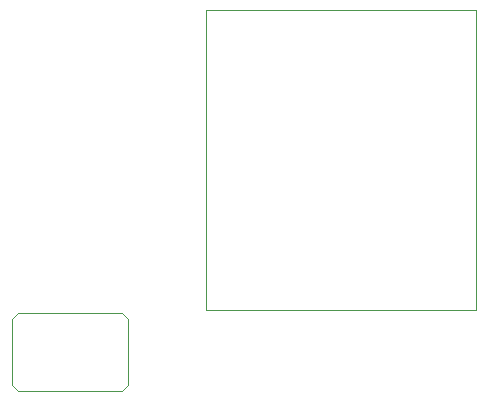
<source format=gbr>
%TF.GenerationSoftware,KiCad,Pcbnew,(6.0.8-1)-1*%
%TF.CreationDate,2022-10-13T14:28:59+02:00*%
%TF.ProjectId,IEM,49454d2e-6b69-4636-9164-5f7063625858,rev?*%
%TF.SameCoordinates,Original*%
%TF.FileFunction,Profile,NP*%
%FSLAX46Y46*%
G04 Gerber Fmt 4.6, Leading zero omitted, Abs format (unit mm)*
G04 Created by KiCad (PCBNEW (6.0.8-1)-1) date 2022-10-13 14:28:59*
%MOMM*%
%LPD*%
G01*
G04 APERTURE LIST*
%TA.AperFunction,Profile*%
%ADD10C,0.100000*%
%TD*%
G04 APERTURE END LIST*
D10*
X46736000Y-120142000D02*
X46736000Y-125730000D01*
X46228000Y-126238000D01*
X37465000Y-126238000D01*
X36957000Y-125730000D01*
X36957000Y-120142000D01*
X37465000Y-119634000D01*
X46228000Y-119634000D01*
X46736000Y-120142000D01*
X53340000Y-93980000D02*
X76200000Y-93980000D01*
X76200000Y-93980000D02*
X76200000Y-119380000D01*
X76200000Y-119380000D02*
X53340000Y-119380000D01*
X53340000Y-119380000D02*
X53340000Y-93980000D01*
M02*

</source>
